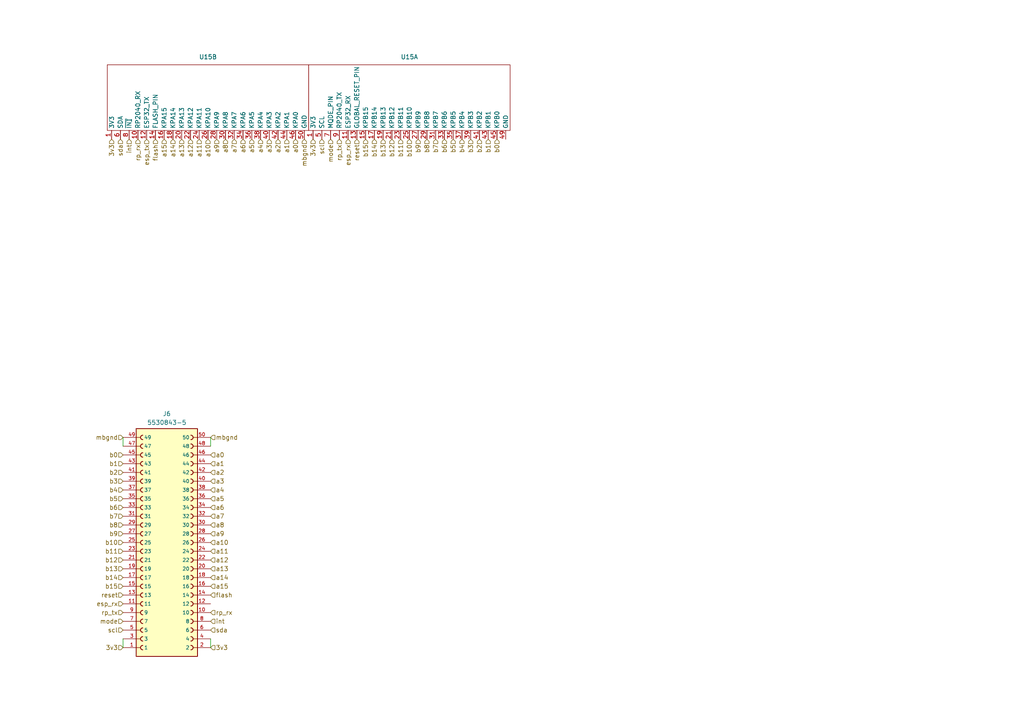
<source format=kicad_sch>
(kicad_sch (version 20230121) (generator eeschema)
  (paper "A4")
  (lib_symbols
    (symbol "5530843-5:5530843-5" (pin_names (offset 1.016))
      (property "Reference" "J" (at -10.16 34.29 0))
      (property "Value" "5530843-5" (at -10.16 -35.56 0))
      (symbol "5530843-5_0_0"
        (rectangle (start -8.89 -33.02) (end 8.89 33.02) (stroke (width 0.254)) (fill (type background)))
        (arc (start -6.985 -29.845) (mid -7.6173 -30.48) (end -6.985 -31.115) (stroke (width 0.254)))
        (arc (start -6.985 -27.305) (mid -7.6173 -27.94) (end -6.985 -28.575) (stroke (width 0.254)))
        (arc (start -6.985 -24.765) (mid -7.6173 -25.4) (end -6.985 -26.035) (stroke (width 0.254)))
        (arc (start -6.985 -22.225) (mid -7.6173 -22.86) (end -6.985 -23.495) (stroke (width 0.254)))
        (arc (start -6.985 -19.685) (mid -7.6173 -20.32) (end -6.985 -20.955) (stroke (width 0.254)))
        (arc (start -6.985 -17.145) (mid -7.6173 -17.78) (end -6.985 -18.415) (stroke (width 0.254)))
        (arc (start -6.985 -14.605) (mid -7.6173 -15.24) (end -6.985 -15.875) (stroke (width 0.254)))
        (arc (start -6.985 -12.065) (mid -7.6173 -12.7) (end -6.985 -13.335) (stroke (width 0.254)))
        (arc (start -6.985 -9.525) (mid -7.6173 -10.16) (end -6.985 -10.795) (stroke (width 0.254)))
        (arc (start -6.985 -6.985) (mid -7.6173 -7.62) (end -6.985 -8.255) (stroke (width 0.254)))
        (arc (start -6.985 -4.445) (mid -7.6173 -5.08) (end -6.985 -5.715) (stroke (width 0.254)))
        (arc (start -6.985 -1.905) (mid -7.6173 -2.54) (end -6.985 -3.175) (stroke (width 0.254)))
        (arc (start -6.985 0.635) (mid -7.6173 0) (end -6.985 -0.635) (stroke (width 0.254)))
        (arc (start -6.985 3.175) (mid -7.6173 2.54) (end -6.985 1.905) (stroke (width 0.254)))
        (arc (start -6.985 5.715) (mid -7.6173 5.08) (end -6.985 4.445) (stroke (width 0.254)))
        (arc (start -6.985 8.255) (mid -7.6173 7.62) (end -6.985 6.985) (stroke (width 0.254)))
        (arc (start -6.985 10.795) (mid -7.6173 10.16) (end -6.985 9.525) (stroke (width 0.254)))
        (arc (start -6.985 13.335) (mid -7.6173 12.7) (end -6.985 12.065) (stroke (width 0.254)))
        (arc (start -6.985 15.875) (mid -7.6173 15.24) (end -6.985 14.605) (stroke (width 0.254)))
        (arc (start -6.985 18.415) (mid -7.6173 17.78) (end -6.985 17.145) (stroke (width 0.254)))
        (arc (start -6.985 20.955) (mid -7.6173 20.32) (end -6.985 19.685) (stroke (width 0.254)))
        (arc (start -6.985 23.495) (mid -7.6173 22.86) (end -6.985 22.225) (stroke (width 0.254)))
        (arc (start -6.985 26.035) (mid -7.6173 25.4) (end -6.985 24.765) (stroke (width 0.254)))
        (arc (start -6.985 28.575) (mid -7.6173 27.94) (end -6.985 27.305) (stroke (width 0.254)))
        (arc (start -6.985 31.115) (mid -7.6173 30.48) (end -6.985 29.845) (stroke (width 0.254)))
        (arc (start 6.985 -31.115) (mid 7.6173 -30.48) (end 6.985 -29.845) (stroke (width 0.254)))
        (arc (start 6.985 -28.575) (mid 7.6173 -27.94) (end 6.985 -27.305) (stroke (width 0.254)))
        (arc (start 6.985 -26.035) (mid 7.6173 -25.4) (end 6.985 -24.765) (stroke (width 0.254)))
        (arc (start 6.985 -23.495) (mid 7.6173 -22.86) (end 6.985 -22.225) (stroke (width 0.254)))
        (arc (start 6.985 -20.955) (mid 7.6173 -20.32) (end 6.985 -19.685) (stroke (width 0.254)))
        (arc (start 6.985 -18.415) (mid 7.6173 -17.78) (end 6.985 -17.145) (stroke (width 0.254)))
        (arc (start 6.985 -15.875) (mid 7.6173 -15.24) (end 6.985 -14.605) (stroke (width 0.254)))
        (arc (start 6.985 -13.335) (mid 7.6173 -12.7) (end 6.985 -12.065) (stroke (width 0.254)))
        (arc (start 6.985 -10.795) (mid 7.6173 -10.16) (end 6.985 -9.525) (stroke (width 0.254)))
        (arc (start 6.985 -8.255) (mid 7.6173 -7.62) (end 6.985 -6.985) (stroke (width 0.254)))
        (arc (start 6.985 -5.715) (mid 7.6173 -5.08) (end 6.985 -4.445) (stroke (width 0.254)))
        (arc (start 6.985 -3.175) (mid 7.6173 -2.54) (end 6.985 -1.905) (stroke (width 0.254)))
        (arc (start 6.985 -0.635) (mid 7.6173 0) (end 6.985 0.635) (stroke (width 0.254)))
        (arc (start 6.985 1.905) (mid 7.6173 2.54) (end 6.985 3.175) (stroke (width 0.254)))
        (arc (start 6.985 4.445) (mid 7.6173 5.08) (end 6.985 5.715) (stroke (width 0.254)))
        (arc (start 6.985 6.985) (mid 7.6173 7.62) (end 6.985 8.255) (stroke (width 0.254)))
        (arc (start 6.985 9.525) (mid 7.6173 10.16) (end 6.985 10.795) (stroke (width 0.254)))
        (arc (start 6.985 12.065) (mid 7.6173 12.7) (end 6.985 13.335) (stroke (width 0.254)))
        (arc (start 6.985 14.605) (mid 7.6173 15.24) (end 6.985 15.875) (stroke (width 0.254)))
        (arc (start 6.985 17.145) (mid 7.6173 17.78) (end 6.985 18.415) (stroke (width 0.254)))
        (arc (start 6.985 19.685) (mid 7.6173 20.32) (end 6.985 20.955) (stroke (width 0.254)))
        (arc (start 6.985 22.225) (mid 7.6173 22.86) (end 6.985 23.495) (stroke (width 0.254)))
        (arc (start 6.985 24.765) (mid 7.6173 25.4) (end 6.985 26.035) (stroke (width 0.254)))
        (arc (start 6.985 27.305) (mid 7.6173 27.94) (end 6.985 28.575) (stroke (width 0.254)))
        (arc (start 6.985 29.845) (mid 7.6173 30.48) (end 6.985 31.115) (stroke (width 0.254)))
        (pin passive line (at -12.7 30.48 0) (length 5.08) (name "1") (number "1"))
        (pin passive line (at 12.7 20.32 180) (length 5.08) (name "10") (number "10"))
        (pin passive line (at -12.7 17.78 0) (length 5.08) (name "11") (number "11"))
        (pin passive line (at 12.7 17.78 180) (length 5.08) (name "12") (number "12"))
        (pin passive line (at -12.7 15.24 0) (length 5.08) (name "13") (number "13"))
        (pin passive line (at 12.7 15.24 180) (length 5.08) (name "14") (number "14"))
        (pin passive line (at -12.7 12.7 0) (length 5.08) (name "15") (number "15"))
        (pin passive line (at 12.7 12.7 180) (length 5.08) (name "16") (number "16"))
        (pin passive line (at -12.7 10.16 0) (length 5.08) (name "17") (number "17"))
        (pin passive line (at 12.7 10.16 180) (length 5.08) (name "18") (number "18"))
        (pin passive line (at -12.7 7.62 0) (length 5.08) (name "19") (number "19"))
        (pin passive line (at 12.7 30.48 180) (length 5.08) (name "2") (number "2"))
        (pin passive line (at 12.7 7.62 180) (length 5.08) (name "20") (number "20"))
        (pin passive line (at -12.7 5.08 0) (length 5.08) (name "21") (number "21"))
        (pin passive line (at 12.7 5.08 180) (length 5.08) (name "22") (number "22"))
        (pin passive line (at -12.7 2.54 0) (length 5.08) (name "23") (number "23"))
        (pin passive line (at 12.7 2.54 180) (length 5.08) (name "24") (number "24"))
        (pin passive line (at -12.7 0 0) (length 5.08) (name "25") (number "25"))
        (pin passive line (at 12.7 0 180) (length 5.08) (name "26") (number "26"))
        (pin passive line (at -12.7 -2.54 0) (length 5.08) (name "27") (number "27"))
        (pin passive line (at 12.7 -2.54 180) (length 5.08) (name "28") (number "28"))
        (pin passive line (at -12.7 -5.08 0) (length 5.08) (name "29") (number "29"))
        (pin passive line (at -12.7 27.94 0) (length 5.08) (name "3") (number "3"))
        (pin passive line (at 12.7 -5.08 180) (length 5.08) (name "30") (number "30"))
        (pin passive line (at -12.7 -7.62 0) (length 5.08) (name "31") (number "31"))
        (pin passive line (at 12.7 -7.62 180) (length 5.08) (name "32") (number "32"))
        (pin passive line (at -12.7 -10.16 0) (length 5.08) (name "33") (number "33"))
        (pin passive line (at 12.7 -10.16 180) (length 5.08) (name "34") (number "34"))
        (pin passive line (at -12.7 -12.7 0) (length 5.08) (name "35") (number "35"))
        (pin passive line (at 12.7 -12.7 180) (length 5.08) (name "36") (number "36"))
        (pin passive line (at -12.7 -15.24 0) (length 5.08) (name "37") (number "37"))
        (pin passive line (at 12.7 -15.24 180) (length 5.08) (name "38") (number "38"))
        (pin passive line (at -12.7 -17.78 0) (length 5.08) (name "39") (number "39"))
        (pin passive line (at 12.7 27.94 180) (length 5.08) (name "4") (number "4"))
        (pin passive line (at 12.7 -17.78 180) (length 5.08) (name "40") (number "40"))
        (pin passive line (at -12.7 -20.32 0) (length 5.08) (name "41") (number "41"))
        (pin passive line (at 12.7 -20.32 180) (length 5.08) (name "42") (number "42"))
        (pin passive line (at -12.7 -22.86 0) (length 5.08) (name "43") (number "43"))
        (pin passive line (at 12.7 -22.86 180) (length 5.08) (name "44") (number "44"))
        (pin passive line (at -12.7 -25.4 0) (length 5.08) (name "45") (number "45"))
        (pin passive line (at 12.7 -25.4 180) (length 5.08) (name "46") (number "46"))
        (pin passive line (at -12.7 -27.94 0) (length 5.08) (name "47") (number "47"))
        (pin passive line (at 12.7 -27.94 180) (length 5.08) (name "48") (number "48"))
        (pin passive line (at -12.7 -30.48 0) (length 5.08) (name "49") (number "49"))
        (pin passive line (at -12.7 25.4 0) (length 5.08) (name "5") (number "5"))
        (pin passive line (at 12.7 -30.48 180) (length 5.08) (name "50") (number "50"))
        (pin passive line (at 12.7 25.4 180) (length 5.08) (name "6") (number "6"))
        (pin passive line (at -12.7 22.86 0) (length 5.08) (name "7") (number "7"))
        (pin passive line (at 12.7 22.86 180) (length 5.08) (name "8") (number "8"))
        (pin passive line (at -12.7 20.32 0) (length 5.08) (name "9") (number "9"))
      )
    )
    (symbol "custom:edge-connector"
      (property "Reference" "U" (at 0 30.607 0))
      (symbol "edge-connector_0_1"
        (pin power_out line (at -12.065 27.94 0) (length 2.54) (name "3V3") (number "1"))
        (pin power_out line (at -12.065 27.94 0) (length 2.54) hide (name "3V3") (number "2"))
        (pin power_out line (at -12.065 27.94 0) (length 2.54) hide (name "3V3") (number "3"))
        (pin power_out line (at -12.065 27.94 0) (length 2.54) hide (name "3V3") (number "4"))
        (pin power_in line (at -12.065 -27.94 0) (length 2.54) hide (name "GND") (number "47"))
        (pin power_in line (at -12.065 -27.94 0) (length 2.54) hide (name "GND") (number "48"))
        (pin power_in line (at -12.065 -27.94 0) (length 2.54) hide (name "GND") (number "49"))
        (pin power_in line (at -12.065 -27.94 0) (length 2.54) (name "GND") (number "50"))
      )
      (symbol "edge-connector_1_1"
        (rectangle (start -9.525 29.21) (end 9.525 -29.21))
        (pin input line (at -12.065 17.78 0) (length 2.54) (name "ESP32_RX") (number "11"))
        (pin input line (at -12.065 15.24 0) (length 2.54) (name "GLOBAL_RESET_PIN") (number "13"))
        (pin input line (at -12.065 12.7 0) (length 2.54) (name "KPB15") (number "15"))
        (pin input line (at -12.065 10.16 0) (length 2.54) (name "KPB14") (number "17"))
        (pin input line (at -12.065 7.62 0) (length 2.54) (name "KPB13") (number "19"))
        (pin input line (at -12.065 5.08 0) (length 2.54) (name "KPB12") (number "21"))
        (pin input line (at -12.065 2.54 0) (length 2.54) (name "KPB11") (number "23"))
        (pin input line (at -12.065 0 0) (length 2.54) (name "KPB10") (number "25"))
        (pin input line (at -12.065 -2.54 0) (length 2.54) (name "KPB9") (number "27"))
        (pin input line (at -12.065 -5.08 0) (length 2.54) (name "KPB8") (number "29"))
        (pin input line (at -12.065 -7.62 0) (length 2.54) (name "KPB7") (number "31"))
        (pin input line (at -12.065 -10.16 0) (length 2.54) (name "KPB6") (number "33"))
        (pin input line (at -12.065 -12.7 0) (length 2.54) (name "KPB5") (number "35"))
        (pin input line (at -12.065 -15.24 0) (length 2.54) (name "KPB4") (number "37"))
        (pin input line (at -12.065 -17.78 0) (length 2.54) (name "KPB3") (number "39"))
        (pin input line (at -12.065 -20.32 0) (length 2.54) (name "KPB2") (number "41"))
        (pin input line (at -12.065 -22.86 0) (length 2.54) (name "KPB1") (number "43"))
        (pin input line (at -12.065 -25.4 0) (length 2.54) (name "KPB0") (number "45"))
        (pin bidirectional line (at -12.065 25.4 0) (length 2.54) (name "SCL") (number "5"))
        (pin input line (at -12.065 22.86 0) (length 2.54) (name "MODE_PIN") (number "7"))
        (pin output line (at -12.065 20.32 0) (length 2.54) (name "RP2040_TX") (number "9"))
      )
      (symbol "edge-connector_2_1"
        (rectangle (start -9.525 29.21) (end 9.525 -29.21))
        (pin input line (at -12.065 20.32 0) (length 2.54) (name "RP2040_RX") (number "10"))
        (pin output line (at -12.065 17.78 0) (length 2.54) (name "ESP32_TX") (number "12"))
        (pin input line (at -12.065 15.24 0) (length 2.54) (name "FLASH_PIN") (number "14"))
        (pin output line (at -12.065 12.7 0) (length 2.54) (name "KPA15") (number "16"))
        (pin output line (at -12.065 10.16 0) (length 2.54) (name "KPA14") (number "18"))
        (pin output line (at -12.065 7.62 0) (length 2.54) (name "KPA13") (number "20"))
        (pin output line (at -12.065 5.08 0) (length 2.54) (name "KPA12") (number "22"))
        (pin output line (at -12.065 2.54 0) (length 2.54) (name "KPA11") (number "24"))
        (pin output line (at -12.065 0 0) (length 2.54) (name "KPA10") (number "26"))
        (pin output line (at -12.065 -2.54 0) (length 2.54) (name "KPA9") (number "28"))
        (pin output line (at -12.065 -5.08 0) (length 2.54) (name "KPA8") (number "30"))
        (pin output line (at -12.065 -7.62 0) (length 2.54) (name "KPA7") (number "32"))
        (pin output line (at -12.065 -10.16 0) (length 2.54) (name "KPA6") (number "34"))
        (pin output line (at -12.065 -12.7 0) (length 2.54) (name "KPA5") (number "36"))
        (pin output line (at -12.065 -15.24 0) (length 2.54) (name "KPA4") (number "38"))
        (pin output line (at -12.065 -17.78 0) (length 2.54) (name "KPA3") (number "40"))
        (pin output line (at -12.065 -20.32 0) (length 2.54) (name "KPA2") (number "42"))
        (pin output line (at -12.065 -22.86 0) (length 2.54) (name "KPA1") (number "44"))
        (pin output line (at -12.065 -25.4 0) (length 2.54) (name "KPA0") (number "46"))
        (pin bidirectional line (at -12.065 25.4 0) (length 2.54) (name "SDA") (number "6"))
        (pin input line (at -12.065 22.86 0) (length 2.54) (name "~{INT}") (number "8"))
      )
    )
    (symbol "edge-connector_1"
      (property "Reference" "U" (at 0 30.607 0))
      (symbol "edge-connector_1_1_1"
        (rectangle (start -9.525 29.21) (end 9.525 -29.21))
        (pin power_out line (at -12.065 27.94 0) (length 2.54) (name "3V3") (number "1"))
        (pin input line (at -12.065 17.78 0) (length 2.54) (name "ESP32_RX") (number "11"))
        (pin input line (at -12.065 15.24 0) (length 2.54) (name "GLOBAL_RESET_PIN") (number "13"))
        (pin input line (at -12.065 12.7 0) (length 2.54) (name "KPB15") (number "15"))
        (pin input line (at -12.065 10.16 0) (length 2.54) (name "KPB14") (number "17"))
        (pin input line (at -12.065 7.62 0) (length 2.54) (name "KPB13") (number "19"))
        (pin input line (at -12.065 5.08 0) (length 2.54) (name "KPB12") (number "21"))
        (pin input line (at -12.065 2.54 0) (length 2.54) (name "KPB11") (number "23"))
        (pin input line (at -12.065 0 0) (length 2.54) (name "KPB10") (number "25"))
        (pin input line (at -12.065 -2.54 0) (length 2.54) (name "KPB9") (number "27"))
        (pin input line (at -12.065 -5.08 0) (length 2.54) (name "KPB8") (number "29"))
        (pin power_out line (at -12.065 27.94 0) (length 2.54) hide (name "3V3") (number "3"))
        (pin input line (at -12.065 -7.62 0) (length 2.54) (name "KPB7") (number "31"))
        (pin input line (at -12.065 -10.16 0) (length 2.54) (name "KPB6") (number "33"))
        (pin input line (at -12.065 -12.7 0) (length 2.54) (name "KPB5") (number "35"))
        (pin input line (at -12.065 -15.24 0) (length 2.54) (name "KPB4") (number "37"))
        (pin input line (at -12.065 -17.78 0) (length 2.54) (name "KPB3") (number "39"))
        (pin input line (at -12.065 -20.32 0) (length 2.54) (name "KPB2") (number "41"))
        (pin input line (at -12.065 -22.86 0) (length 2.54) (name "KPB1") (number "43"))
        (pin input line (at -12.065 -25.4 0) (length 2.54) (name "KPB0") (number "45"))
        (pin power_in line (at -12.065 -27.94 0) (length 2.54) hide (name "GND") (number "47"))
        (pin power_in line (at -12.065 -27.94 0) (length 2.54) (name "GND") (number "49"))
        (pin bidirectional line (at -12.065 25.4 0) (length 2.54) (name "SCL") (number "5"))
        (pin input line (at -12.065 22.86 0) (length 2.54) (name "MODE_PIN") (number "7"))
        (pin output line (at -12.065 20.32 0) (length 2.54) (name "RP2040_TX") (number "9"))
      )
      (symbol "edge-connector_1_2_1"
        (rectangle (start -9.525 29.21) (end 9.525 -29.21))
        (pin input line (at -12.065 20.32 0) (length 2.54) (name "RP2040_RX") (number "10"))
        (pin output line (at -12.065 17.78 0) (length 2.54) (name "ESP32_TX") (number "12"))
        (pin input line (at -12.065 15.24 0) (length 2.54) (name "FLASH_PIN") (number "14"))
        (pin output line (at -12.065 12.7 0) (length 2.54) (name "KPA15") (number "16"))
        (pin output line (at -12.065 10.16 0) (length 2.54) (name "KPA14") (number "18"))
        (pin power_out line (at -12.065 27.94 0) (length 2.54) (name "3V3") (number "2"))
        (pin output line (at -12.065 7.62 0) (length 2.54) (name "KPA13") (number "20"))
        (pin output line (at -12.065 5.08 0) (length 2.54) (name "KPA12") (number "22"))
        (pin output line (at -12.065 2.54 0) (length 2.54) (name "KPA11") (number "24"))
        (pin output line (at -12.065 0 0) (length 2.54) (name "KPA10") (number "26"))
        (pin output line (at -12.065 -2.54 0) (length 2.54) (name "KPA9") (number "28"))
        (pin output line (at -12.065 -5.08 0) (length 2.54) (name "KPA8") (number "30"))
        (pin output line (at -12.065 -7.62 0) (length 2.54) (name "KPA7") (number "32"))
        (pin output line (at -12.065 -10.16 0) (length 2.54) (name "KPA6") (number "34"))
        (pin output line (at -12.065 -12.7 0) (length 2.54) (name "KPA5") (number "36"))
        (pin output line (at -12.065 -15.24 0) (length 2.54) (name "KPA4") (number "38"))
        (pin power_out line (at -12.065 27.94 0) (length 2.54) hide (name "3V3") (number "4"))
        (pin output line (at -12.065 -17.78 0) (length 2.54) (name "KPA3") (number "40"))
        (pin output line (at -12.065 -20.32 0) (length 2.54) (name "KPA2") (number "42"))
        (pin output line (at -12.065 -22.86 0) (length 2.54) (name "KPA1") (number "44"))
        (pin output line (at -12.065 -25.4 0) (length 2.54) (name "KPA0") (number "46"))
        (pin power_in line (at -12.065 -27.94 0) (length 2.54) hide (name "GND") (number "48"))
        (pin power_in line (at -12.065 -27.94 0) (length 2.54) (name "GND") (number "50"))
        (pin bidirectional line (at -12.065 25.4 0) (length 2.54) (name "SDA") (number "6"))
        (pin input line (at -12.065 22.86 0) (length 2.54) (name "~{INT}") (number "8"))
      )
    )
  )
  (wire (pts (xy 61.087 185.293) (xy 61.087 187.833)))
  (wire (pts (xy 61.087 126.873) (xy 61.087 129.413)))
  (wire (pts (xy 35.687 185.293) (xy 35.687 187.833)))
  (wire (pts (xy 35.687 126.873) (xy 35.687 129.413)))
  (hierarchical_label "scl" (shape input) (at 35.687 182.753 180))
  (hierarchical_label "int" (shape input) (at 37.465 40.386 270))
  (hierarchical_label "b7" (shape input) (at 126.365 40.386 270))
  (hierarchical_label "a14" (shape input) (at 50.165 40.386 270))
  (hierarchical_label "3v3" (shape input) (at 35.687 187.833 180))
  (hierarchical_label "b6" (shape input) (at 128.905 40.386 270))
  (hierarchical_label "3v3" (shape input) (at 90.805 40.386 270))
  (hierarchical_label "a9" (shape input) (at 61.087 154.813 0))
  (hierarchical_label "a12" (shape input) (at 61.087 162.433 0))
  (hierarchical_label "a3" (shape input) (at 61.087 139.573 0))
  (hierarchical_label "b0" (shape input) (at 144.145 40.386 270))
  (hierarchical_label "b10" (shape input) (at 118.745 40.386 270))
  (hierarchical_label "a12" (shape input) (at 55.245 40.386 270))
  (hierarchical_label "a4" (shape input) (at 75.565 40.386 270))
  (hierarchical_label "a13" (shape input) (at 61.087 164.973 0))
  (hierarchical_label "rp_rx" (shape input) (at 61.087 177.673 0))
  (hierarchical_label "a14" (shape input) (at 61.087 167.513 0))
  (hierarchical_label "3v3" (shape input) (at 61.087 187.833 0))
  (hierarchical_label "a2" (shape input) (at 61.087 137.033 0))
  (hierarchical_label "a0" (shape input) (at 85.725 40.386 270))
  (hierarchical_label "scl" (shape input) (at 93.345 40.386 270))
  (hierarchical_label "b3" (shape input) (at 35.687 139.573 180))
  (hierarchical_label "a4" (shape input) (at 61.087 142.113 0))
  (hierarchical_label "b2" (shape input) (at 139.065 40.386 270))
  (hierarchical_label "esp_tx" (shape input) (at 42.545 40.386 270))
  (hierarchical_label "int" (shape input) (at 61.087 180.213 0))
  (hierarchical_label "b6" (shape input) (at 35.687 147.193 180))
  (hierarchical_label "b1" (shape input) (at 35.687 134.493 180))
  (hierarchical_label "reset" (shape input) (at 103.505 40.386 270))
  (hierarchical_label "b8" (shape input) (at 35.687 152.273 180))
  (hierarchical_label "b11" (shape input) (at 116.205 40.386 270))
  (hierarchical_label "a7" (shape input) (at 67.945 40.386 270))
  (hierarchical_label "a2" (shape input) (at 80.645 40.386 270))
  (hierarchical_label "esp_rx" (shape input) (at 35.687 175.133 180))
  (hierarchical_label "mbgnd" (shape input) (at 35.687 126.873 180))
  (hierarchical_label "flash" (shape input) (at 61.087 172.593 0))
  (hierarchical_label "b1" (shape input) (at 141.605 40.386 270))
  (hierarchical_label "esp_rx" (shape input) (at 100.965 40.386 270))
  (hierarchical_label "b13" (shape input) (at 35.687 164.973 180))
  (hierarchical_label "a8" (shape input) (at 61.087 152.273 0))
  (hierarchical_label "a8" (shape input) (at 65.405 40.386 270))
  (hierarchical_label "b15" (shape input) (at 35.687 170.053 180))
  (hierarchical_label "a10" (shape input) (at 61.087 157.353 0))
  (hierarchical_label "mbgnd" (shape input) (at 61.087 126.873 0))
  (hierarchical_label "a1" (shape input) (at 83.185 40.386 270))
  (hierarchical_label "a10" (shape input) (at 60.325 40.386 270))
  (hierarchical_label "b13" (shape input) (at 111.125 40.386 270))
  (hierarchical_label "b4" (shape input) (at 133.985 40.386 270))
  (hierarchical_label "a5" (shape input) (at 61.087 144.653 0))
  (hierarchical_label "b10" (shape input) (at 35.687 157.353 180))
  (hierarchical_label "b14" (shape input) (at 35.687 167.513 180))
  (hierarchical_label "a15" (shape input) (at 61.087 170.053 0))
  (hierarchical_label "mode" (shape input) (at 35.687 180.213 180))
  (hierarchical_label "a0" (shape input) (at 61.087 131.953 0))
  (hierarchical_label "a13" (shape input) (at 52.705 40.386 270))
  (hierarchical_label "a11" (shape input) (at 57.785 40.386 270))
  (hierarchical_label "a15" (shape input) (at 47.625 40.386 270))
  (hierarchical_label "b5" (shape input) (at 35.687 144.653 180))
  (hierarchical_label "a7" (shape input) (at 61.087 149.733 0))
  (hierarchical_label "b3" (shape input) (at 136.525 40.386 270))
  (hierarchical_label "b8" (shape input) (at 123.825 40.386 270))
  (hierarchical_label "a6" (shape input) (at 70.485 40.386 270))
  (hierarchical_label "reset" (shape input) (at 35.687 172.593 180))
  (hierarchical_label "mode" (shape input) (at 95.885 40.386 270))
  (hierarchical_label "3v3" (shape input) (at 32.385 40.386 270))
  (hierarchical_label "b5" (shape input) (at 131.445 40.386 270))
  (hierarchical_label "b12" (shape input) (at 113.665 40.386 270))
  (hierarchical_label "rp_rx" (shape input) (at 40.005 40.386 270))
  (hierarchical_label "mbgnd" (shape input) (at 88.265 40.386 270))
  (hierarchical_label "a5" (shape input) (at 73.025 40.386 270))
  (hierarchical_label "a1" (shape input) (at 61.087 134.493 0))
  (hierarchical_label "a3" (shape input) (at 78.105 40.386 270))
  (hierarchical_label "a6" (shape input) (at 61.087 147.193 0))
  (hierarchical_label "rp_tx" (shape input) (at 35.687 177.673 180))
  (hierarchical_label "b9" (shape input) (at 35.687 154.813 180))
  (hierarchical_label "a11" (shape input) (at 61.087 159.893 0))
  (hierarchical_label "flash" (shape input) (at 45.085 40.386 270))
  (hierarchical_label "b12" (shape input) (at 35.687 162.433 180))
  (hierarchical_label "b0" (shape input) (at 35.687 131.953 180))
  (hierarchical_label "b7" (shape input) (at 35.687 149.733 180))
  (hierarchical_label "b2" (shape input) (at 35.687 137.033 180))
  (hierarchical_label "b9" (shape input) (at 121.285 40.386 270))
  (hierarchical_label "a9" (shape input) (at 62.865 40.386 270))
  (hierarchical_label "sda" (shape input) (at 34.925 40.386 270))
  (hierarchical_label "b15" (shape input) (at 106.045 40.386 270))
  (hierarchical_label "b11" (shape input) (at 35.687 159.893 180))
  (hierarchical_label "sda" (shape input) (at 61.087 182.753 0))
  (hierarchical_label "b4" (shape input) (at 35.687 142.113 180))
  (hierarchical_label "rp_tx" (shape input) (at 98.425 40.386 270))
  (hierarchical_label "b14" (shape input) (at 108.585 40.386 270))
  (symbol (lib_id "custom:edge-connector") (at 60.325 28.321 90) (unit 2)
    (property "Reference" "U15" (at 60.325 16.51 90))
    (property "Value" "~" (at 38.0834 34.9013 0))
    (property "Footprint" "5530843_5:edge" (effects hide))
  )
  (symbol (lib_name "edge-connector_1") (lib_id "custom:edge-connector") (at 118.745 28.321 90) (unit 1)
    (property "Reference" "U15" (at 118.745 16.51 90))
    (property "Value" "~" (at 96.5034 34.9013 0))
    (property "Footprint" "5530843_5:edge" (effects hide))
  )
  (symbol (lib_id "5530843-5:5530843-5") (at 48.387 157.353 0) (mirror x) (unit 1)
    (property "Reference" "J6" (at 48.387 120.015 0))
    (property "Value" "5530843-5" (at 48.387 122.555 0))
    (property "Footprint" "5530843_5:edgeport" (effects hide))
    (property "PARTREV" "G1" (effects hide))
    (property "STANDARD" "Manufacturer Recommendations" (effects hide))
    (property "MAXIMUM_PACKAGE_HEIGHT" "15.5 mm" (effects hide))
    (property "MANUFACTURER" "TE Connectivity" (effects hide))
  )
)
</source>
